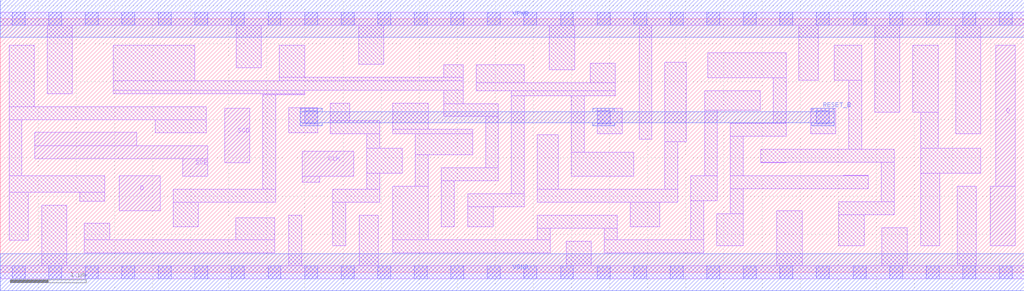
<source format=lef>
# Copyright 2020 The SkyWater PDK Authors
#
# Licensed under the Apache License, Version 2.0 (the "License");
# you may not use this file except in compliance with the License.
# You may obtain a copy of the License at
#
#     https://www.apache.org/licenses/LICENSE-2.0
#
# Unless required by applicable law or agreed to in writing, software
# distributed under the License is distributed on an "AS IS" BASIS,
# WITHOUT WARRANTIES OR CONDITIONS OF ANY KIND, either express or implied.
# See the License for the specific language governing permissions and
# limitations under the License.
#
# SPDX-License-Identifier: Apache-2.0

VERSION 5.7 ;
  NAMESCASESENSITIVE ON ;
  NOWIREEXTENSIONATPIN ON ;
  DIVIDERCHAR "/" ;
  BUSBITCHARS "[]" ;
UNITS
  DATABASE MICRONS 200 ;
END UNITS
MACRO sky130_fd_sc_hs__sdfrtp_1
  CLASS CORE ;
  FOREIGN sky130_fd_sc_hs__sdfrtp_1 ;
  ORIGIN  0.000000  0.000000 ;
  SIZE  13.44000 BY  3.330000 ;
  SYMMETRY X Y R90 ;
  SITE unit ;
  PIN D
    ANTENNAGATEAREA  0.159000 ;
    DIRECTION INPUT ;
    USE SIGNAL ;
    PORT
      LAYER li1 ;
        RECT 1.565000 0.810000 2.100000 1.265000 ;
    END
  END D
  PIN Q
    ANTENNADIFFAREA  0.541300 ;
    DIRECTION OUTPUT ;
    USE SIGNAL ;
    PORT
      LAYER li1 ;
        RECT 12.995000 0.350000 13.325000 1.130000 ;
        RECT 13.070000 1.130000 13.325000 2.980000 ;
    END
  END Q
  PIN RESET_B
    ANTENNAGATEAREA  0.411000 ;
    DIRECTION INPUT ;
    USE SIGNAL ;
    PORT
      LAYER met1 ;
        RECT  3.935000 1.920000  4.225000 1.965000 ;
        RECT  3.935000 1.965000 10.945000 2.105000 ;
        RECT  3.935000 2.105000  4.225000 2.150000 ;
        RECT  7.775000 1.920000  8.065000 1.965000 ;
        RECT  7.775000 2.105000  8.065000 2.150000 ;
        RECT 10.655000 1.920000 10.945000 1.965000 ;
        RECT 10.655000 2.105000 10.945000 2.150000 ;
    END
  END RESET_B
  PIN SCD
    ANTENNAGATEAREA  0.159000 ;
    DIRECTION INPUT ;
    USE SIGNAL ;
    PORT
      LAYER li1 ;
        RECT 2.945000 1.440000 3.275000 2.150000 ;
    END
  END SCD
  PIN SCE
    ANTENNAGATEAREA  0.318000 ;
    DIRECTION INPUT ;
    USE SIGNAL ;
    PORT
      LAYER li1 ;
        RECT 0.455000 1.490000 2.725000 1.660000 ;
        RECT 0.455000 1.660000 1.795000 1.835000 ;
        RECT 2.395000 1.260000 2.725000 1.490000 ;
    END
  END SCE
  PIN CLK
    ANTENNAGATEAREA  0.279000 ;
    DIRECTION INPUT ;
    USE CLOCK ;
    PORT
      LAYER li1 ;
        RECT 3.965000 1.180000 4.195000 1.260000 ;
        RECT 3.965000 1.260000 4.640000 1.590000 ;
    END
  END CLK
  PIN VGND
    DIRECTION INOUT ;
    USE GROUND ;
    PORT
      LAYER met1 ;
        RECT 0.000000 -0.245000 13.440000 0.245000 ;
    END
  END VGND
  PIN VPWR
    DIRECTION INOUT ;
    USE POWER ;
    PORT
      LAYER met1 ;
        RECT 0.000000 3.085000 13.440000 3.575000 ;
    END
  END VPWR
  OBS
    LAYER li1 ;
      RECT  0.000000 -0.085000 13.440000 0.085000 ;
      RECT  0.000000  3.245000 13.440000 3.415000 ;
      RECT  0.115000  0.420000  0.365000 1.050000 ;
      RECT  0.115000  1.050000  1.375000 1.265000 ;
      RECT  0.115000  1.265000  0.285000 2.005000 ;
      RECT  0.115000  2.005000  2.705000 2.175000 ;
      RECT  0.115000  2.175000  0.445000 2.980000 ;
      RECT  0.545000  0.085000  0.875000 0.880000 ;
      RECT  0.615000  2.345000  0.945000 3.245000 ;
      RECT  1.045000  0.935000  1.375000 1.050000 ;
      RECT  1.105000  0.255000  3.605000 0.425000 ;
      RECT  1.105000  0.425000  1.435000 0.640000 ;
      RECT  1.485000  2.345000  3.995000 2.390000 ;
      RECT  1.485000  2.390000  6.075000 2.515000 ;
      RECT  1.485000  2.515000  2.555000 2.980000 ;
      RECT  2.035000  1.830000  2.705000 2.005000 ;
      RECT  2.270000  0.595000  2.600000 0.920000 ;
      RECT  2.270000  0.920000  3.615000 1.090000 ;
      RECT  3.090000  0.425000  3.605000 0.715000 ;
      RECT  3.095000  2.685000  3.425000 3.245000 ;
      RECT  3.445000  1.090000  3.615000 2.330000 ;
      RECT  3.445000  2.330000  3.995000 2.345000 ;
      RECT  3.665000  2.515000  6.075000 2.560000 ;
      RECT  3.665000  2.560000  3.995000 2.980000 ;
      RECT  3.785000  0.085000  3.955000 0.750000 ;
      RECT  3.785000  1.830000  4.165000 2.160000 ;
      RECT  4.335000  1.820000  4.980000 1.990000 ;
      RECT  4.335000  1.990000  4.585000 2.220000 ;
      RECT  4.365000  0.350000  4.535000 0.920000 ;
      RECT  4.365000  0.920000  4.980000 1.090000 ;
      RECT  4.705000  2.730000  5.035000 3.245000 ;
      RECT  4.715000  0.085000  4.965000 0.750000 ;
      RECT  4.810000  1.090000  4.980000 1.300000 ;
      RECT  4.810000  1.300000  5.280000 1.630000 ;
      RECT  4.810000  1.630000  4.980000 1.820000 ;
      RECT  5.150000  0.255000  7.220000 0.425000 ;
      RECT  5.150000  0.425000  5.620000 1.130000 ;
      RECT  5.155000  1.820000  6.200000 1.875000 ;
      RECT  5.155000  1.875000  5.620000 2.220000 ;
      RECT  5.450000  1.130000  5.620000 1.545000 ;
      RECT  5.450000  1.545000  6.200000 1.820000 ;
      RECT  5.790000  0.595000  5.960000 1.200000 ;
      RECT  5.790000  1.200000  6.540000 1.370000 ;
      RECT  5.825000  2.045000  6.540000 2.215000 ;
      RECT  5.825000  2.215000  6.075000 2.390000 ;
      RECT  5.825000  2.560000  6.075000 2.725000 ;
      RECT  6.140000  0.595000  6.470000 0.860000 ;
      RECT  6.140000  0.860000  6.880000 1.030000 ;
      RECT  6.250000  2.385000  8.075000 2.490000 ;
      RECT  6.250000  2.490000  6.880000 2.725000 ;
      RECT  6.370000  1.370000  6.540000 2.045000 ;
      RECT  6.710000  1.030000  6.880000 2.320000 ;
      RECT  6.710000  2.320000  8.075000 2.385000 ;
      RECT  7.050000  0.425000  7.220000 0.580000 ;
      RECT  7.050000  0.580000  8.100000 0.750000 ;
      RECT  7.050000  0.920000  8.895000 1.090000 ;
      RECT  7.050000  1.090000  7.325000 1.805000 ;
      RECT  7.205000  2.660000  7.540000 3.245000 ;
      RECT  7.430000  0.085000  7.760000 0.410000 ;
      RECT  7.495000  1.260000  8.315000 1.575000 ;
      RECT  7.495000  1.575000  7.665000 2.320000 ;
      RECT  7.745000  2.490000  8.075000 2.745000 ;
      RECT  7.835000  1.815000  8.165000 2.150000 ;
      RECT  7.930000  0.255000  9.235000 0.425000 ;
      RECT  7.930000  0.425000  8.100000 0.580000 ;
      RECT  8.270000  0.595000  8.655000 0.920000 ;
      RECT  8.385000  1.745000  8.555000 3.245000 ;
      RECT  8.725000  1.090000  8.895000 1.715000 ;
      RECT  8.725000  1.715000  9.005000 2.755000 ;
      RECT  9.065000  0.425000  9.235000 0.940000 ;
      RECT  9.065000  0.940000  9.415000 1.270000 ;
      RECT  9.245000  1.270000  9.415000 2.125000 ;
      RECT  9.245000  2.125000  9.975000 2.380000 ;
      RECT  9.290000  2.550000 10.315000 2.880000 ;
      RECT  9.405000  0.350000  9.755000 0.770000 ;
      RECT  9.585000  0.770000  9.755000 1.095000 ;
      RECT  9.585000  1.095000 11.395000 1.265000 ;
      RECT  9.585000  1.265000  9.755000 1.785000 ;
      RECT  9.585000  1.785000 10.315000 1.955000 ;
      RECT  9.985000  1.435000 10.315000 1.445000 ;
      RECT  9.985000  1.445000 11.735000 1.615000 ;
      RECT 10.145000  1.955000 10.315000 2.550000 ;
      RECT 10.195000  0.085000 10.525000 0.810000 ;
      RECT 10.485000  2.520000 10.735000 3.245000 ;
      RECT 10.640000  1.820000 10.970000 2.150000 ;
      RECT 10.945000  2.520000 11.310000 2.980000 ;
      RECT 11.010000  0.350000 11.340000 0.755000 ;
      RECT 11.010000  0.755000 11.735000 0.925000 ;
      RECT 11.065000  1.265000 11.395000 1.275000 ;
      RECT 11.140000  1.615000 11.310000 2.520000 ;
      RECT 11.480000  2.100000 11.810000 3.245000 ;
      RECT 11.565000  0.925000 11.735000 1.445000 ;
      RECT 11.570000  0.085000 11.905000 0.585000 ;
      RECT 11.980000  2.100000 12.310000 2.980000 ;
      RECT 12.085000  0.350000 12.335000 1.300000 ;
      RECT 12.085000  1.300000 12.870000 1.630000 ;
      RECT 12.085000  1.630000 12.310000 2.100000 ;
      RECT 12.540000  1.820000 12.870000 3.245000 ;
      RECT 12.565000  0.085000 12.815000 1.130000 ;
    LAYER mcon ;
      RECT  0.155000 -0.085000  0.325000 0.085000 ;
      RECT  0.155000  3.245000  0.325000 3.415000 ;
      RECT  0.635000 -0.085000  0.805000 0.085000 ;
      RECT  0.635000  3.245000  0.805000 3.415000 ;
      RECT  1.115000 -0.085000  1.285000 0.085000 ;
      RECT  1.115000  3.245000  1.285000 3.415000 ;
      RECT  1.595000 -0.085000  1.765000 0.085000 ;
      RECT  1.595000  3.245000  1.765000 3.415000 ;
      RECT  2.075000 -0.085000  2.245000 0.085000 ;
      RECT  2.075000  3.245000  2.245000 3.415000 ;
      RECT  2.555000 -0.085000  2.725000 0.085000 ;
      RECT  2.555000  3.245000  2.725000 3.415000 ;
      RECT  3.035000 -0.085000  3.205000 0.085000 ;
      RECT  3.035000  3.245000  3.205000 3.415000 ;
      RECT  3.515000 -0.085000  3.685000 0.085000 ;
      RECT  3.515000  3.245000  3.685000 3.415000 ;
      RECT  3.995000 -0.085000  4.165000 0.085000 ;
      RECT  3.995000  1.950000  4.165000 2.120000 ;
      RECT  3.995000  3.245000  4.165000 3.415000 ;
      RECT  4.475000 -0.085000  4.645000 0.085000 ;
      RECT  4.475000  3.245000  4.645000 3.415000 ;
      RECT  4.955000 -0.085000  5.125000 0.085000 ;
      RECT  4.955000  3.245000  5.125000 3.415000 ;
      RECT  5.435000 -0.085000  5.605000 0.085000 ;
      RECT  5.435000  3.245000  5.605000 3.415000 ;
      RECT  5.915000 -0.085000  6.085000 0.085000 ;
      RECT  5.915000  3.245000  6.085000 3.415000 ;
      RECT  6.395000 -0.085000  6.565000 0.085000 ;
      RECT  6.395000  3.245000  6.565000 3.415000 ;
      RECT  6.875000 -0.085000  7.045000 0.085000 ;
      RECT  6.875000  3.245000  7.045000 3.415000 ;
      RECT  7.355000 -0.085000  7.525000 0.085000 ;
      RECT  7.355000  3.245000  7.525000 3.415000 ;
      RECT  7.835000 -0.085000  8.005000 0.085000 ;
      RECT  7.835000  1.950000  8.005000 2.120000 ;
      RECT  7.835000  3.245000  8.005000 3.415000 ;
      RECT  8.315000 -0.085000  8.485000 0.085000 ;
      RECT  8.315000  3.245000  8.485000 3.415000 ;
      RECT  8.795000 -0.085000  8.965000 0.085000 ;
      RECT  8.795000  3.245000  8.965000 3.415000 ;
      RECT  9.275000 -0.085000  9.445000 0.085000 ;
      RECT  9.275000  3.245000  9.445000 3.415000 ;
      RECT  9.755000 -0.085000  9.925000 0.085000 ;
      RECT  9.755000  3.245000  9.925000 3.415000 ;
      RECT 10.235000 -0.085000 10.405000 0.085000 ;
      RECT 10.235000  3.245000 10.405000 3.415000 ;
      RECT 10.715000 -0.085000 10.885000 0.085000 ;
      RECT 10.715000  1.950000 10.885000 2.120000 ;
      RECT 10.715000  3.245000 10.885000 3.415000 ;
      RECT 11.195000 -0.085000 11.365000 0.085000 ;
      RECT 11.195000  3.245000 11.365000 3.415000 ;
      RECT 11.675000 -0.085000 11.845000 0.085000 ;
      RECT 11.675000  3.245000 11.845000 3.415000 ;
      RECT 12.155000 -0.085000 12.325000 0.085000 ;
      RECT 12.155000  3.245000 12.325000 3.415000 ;
      RECT 12.635000 -0.085000 12.805000 0.085000 ;
      RECT 12.635000  3.245000 12.805000 3.415000 ;
      RECT 13.115000 -0.085000 13.285000 0.085000 ;
      RECT 13.115000  3.245000 13.285000 3.415000 ;
  END
END sky130_fd_sc_hs__sdfrtp_1
END LIBRARY

</source>
